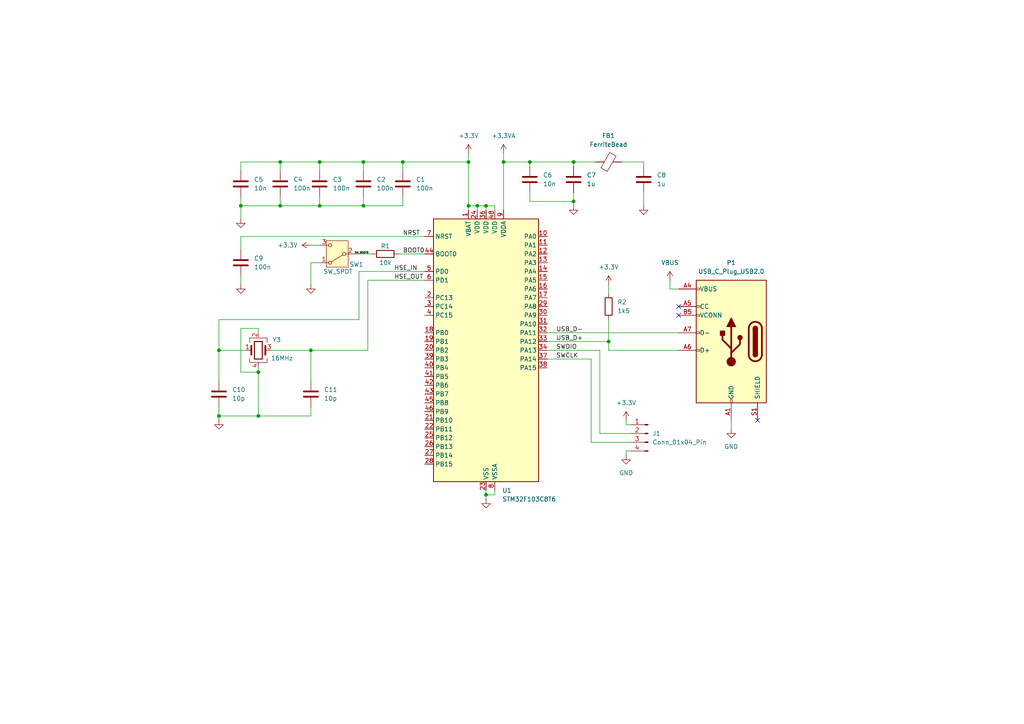
<source format=kicad_sch>
(kicad_sch (version 20250114) (generator "eeschema") (generator_version "9.0")
  (paper "A4")
  (lib_symbols
    (symbol "Connector:Conn_01x04_Pin" (pin_names (offset 1.016) (hide yes))
      (property "Reference" "J" (at 0 5.08 0))
      (property "Value" "Conn_01x04_Pin" (at 0 -7.62 0))
      (symbol "Conn_01x04_Pin_1_1"
        (rectangle (start 0.8636 2.667) (end 0 2.413) (stroke (width 0.1524)) (fill (type outline)))
        (rectangle (start 0.8636 0.127) (end 0 -0.127) (stroke (width 0.1524)) (fill (type outline)))
        (rectangle (start 0.8636 -2.413) (end 0 -2.667) (stroke (width 0.1524)) (fill (type outline)))
        (rectangle (start 0.8636 -4.953) (end 0 -5.207) (stroke (width 0.1524)) (fill (type outline)))
        (polyline (pts (xy 1.27 2.54) (xy 0.8636 2.54)) (stroke (width 0.1524)))
        (polyline (pts (xy 1.27 0) (xy 0.8636 0)) (stroke (width 0.1524)))
        (polyline (pts (xy 1.27 -2.54) (xy 0.8636 -2.54)) (stroke (width 0.1524)))
        (polyline (pts (xy 1.27 -5.08) (xy 0.8636 -5.08)) (stroke (width 0.1524)))
        (pin passive line (at 5.08 2.54 180) (length 3.81) (name "Pin_1") (number "1"))
        (pin passive line (at 5.08 0 180) (length 3.81) (name "Pin_2") (number "2"))
        (pin passive line (at 5.08 -2.54 180) (length 3.81) (name "Pin_3") (number "3"))
        (pin passive line (at 5.08 -5.08 180) (length 3.81) (name "Pin_4") (number "4"))
      )
    )
    (symbol "Connector:USB_C_Plug_USB2.0" (pin_names (offset 1.016))
      (property "Reference" "P" (at -10.16 19.05 0))
      (property "Value" "USB_C_Plug_USB2.0" (at 12.7 19.05 0))
      (symbol "USB_C_Plug_USB2.0_0_0"
        (rectangle (start -0.254 -17.78) (end 0.254 -16.764))
        (rectangle (start 10.16 15.494) (end 9.144 14.986))
        (rectangle (start 10.16 10.414) (end 9.144 9.906))
        (rectangle (start 10.16 7.874) (end 9.144 7.366))
        (rectangle (start 10.16 2.794) (end 9.144 2.286))
        (rectangle (start 10.16 -2.286) (end 9.144 -2.794))
      )
      (symbol "USB_C_Plug_USB2.0_0_1"
        (rectangle (start -10.16 17.78) (end 10.16 -17.78) (stroke (width 0.254)) (fill (type background)))
        (polyline (pts (xy -8.89 -3.81) (xy -8.89 3.81)) (stroke (width 0.508)))
        (rectangle (start -7.62 -3.81) (end -6.35 3.81) (stroke (width 0.254)) (fill (type outline)))
        (arc (start -7.62 3.81) (mid -6.985 4.4423) (end -6.35 3.81) (stroke (width 0.254)))
        (arc (start -7.62 3.81) (mid -6.985 4.4423) (end -6.35 3.81) (stroke (width 0.254)) (fill (type outline)))
        (arc (start -8.89 3.81) (mid -6.985 5.7067) (end -5.08 3.81) (stroke (width 0.508)))
        (arc (start -5.08 -3.81) (mid -6.985 -5.7067) (end -8.89 -3.81) (stroke (width 0.508)))
        (arc (start -6.35 -3.81) (mid -6.985 -4.4423) (end -7.62 -3.81) (stroke (width 0.254)))
        (arc (start -6.35 -3.81) (mid -6.985 -4.4423) (end -7.62 -3.81) (stroke (width 0.254)) (fill (type outline)))
        (polyline (pts (xy -5.08 3.81) (xy -5.08 -3.81)) (stroke (width 0.508)))
        (circle (center -2.54 1.143) (radius 0.635) (stroke (width 0.254)) (fill (type outline)))
        (polyline (pts (xy -1.27 4.318) (xy 0 6.858) (xy 1.27 4.318) (xy -1.27 4.318)) (stroke (width 0.254)) (fill (type outline)))
        (polyline (pts (xy 0 -2.032) (xy 2.54 0.508) (xy 2.54 1.778)) (stroke (width 0.508)))
        (polyline (pts (xy 0 -3.302) (xy -2.54 -0.762) (xy -2.54 0.508)) (stroke (width 0.508)))
        (polyline (pts (xy 0 -5.842) (xy 0 4.318)) (stroke (width 0.508)))
        (circle (center 0 -5.842) (radius 1.27) (fill (type outline)))
        (rectangle (start 1.905 1.778) (end 3.175 3.048) (stroke (width 0.254)) (fill (type outline)))
      )
      (symbol "USB_C_Plug_USB2.0_1_1"
        (pin passive line (at -7.62 -22.86 90) (length 5.08) (name "SHIELD") (number "S1"))
        (pin passive line (at 0 -22.86 90) (length 5.08) (name "GND") (number "A1"))
        (pin passive line (at 0 -22.86 90) (length 5.08) (hide yes) (name "GND") (number "A12"))
        (pin passive line (at 0 -22.86 90) (length 5.08) (hide yes) (name "GND") (number "B1"))
        (pin passive line (at 0 -22.86 90) (length 5.08) (hide yes) (name "GND") (number "B12"))
        (pin passive line (at 15.24 15.24 180) (length 5.08) (name "VBUS") (number "A4"))
        (pin passive line (at 15.24 15.24 180) (length 5.08) (hide yes) (name "VBUS") (number "A9"))
        (pin passive line (at 15.24 15.24 180) (length 5.08) (hide yes) (name "VBUS") (number "B4"))
        (pin passive line (at 15.24 15.24 180) (length 5.08) (hide yes) (name "VBUS") (number "B9"))
        (pin bidirectional line (at 15.24 10.16 180) (length 5.08) (name "CC") (number "A5"))
        (pin bidirectional line (at 15.24 7.62 180) (length 5.08) (name "VCONN") (number "B5"))
        (pin bidirectional line (at 15.24 2.54 180) (length 5.08) (name "D-") (number "A7"))
        (pin bidirectional line (at 15.24 -2.54 180) (length 5.08) (name "D+") (number "A6"))
      )
    )
    (symbol "Device:C" (pin_numbers (hide yes)) (pin_names (offset 0.254))
      (property "Reference" "C" (at 0.635 2.54 0))
      (property "Value" "C" (at 0.635 -2.54 0))
      (symbol "C_0_1"
        (polyline (pts (xy -2.032 0.762) (xy 2.032 0.762)) (stroke (width 0.508)))
        (polyline (pts (xy -2.032 -0.762) (xy 2.032 -0.762)) (stroke (width 0.508)))
      )
      (symbol "C_1_1"
        (pin passive line (at 0 3.81 270) (length 2.794) (name "~") (number "1"))
        (pin passive line (at 0 -3.81 90) (length 2.794) (name "~") (number "2"))
      )
    )
    (symbol "Device:Crystal_GND24" (pin_names (offset 1.016) (hide yes))
      (property "Reference" "Y3" (at 5.334 3.048 0))
      (property "Value" "16MHz" (at 6.858 -2.286 0))
      (symbol "Crystal_GND24_0_1"
        (polyline (pts (xy -2.54 2.286) (xy -2.54 3.556) (xy 2.54 3.556) (xy 2.54 2.286)))
        (polyline (pts (xy -2.54 0) (xy -2.032 0)))
        (polyline (pts (xy -2.54 -2.286) (xy -2.54 -3.556) (xy 2.54 -3.556) (xy 2.54 -2.286)))
        (polyline (pts (xy -2.032 -1.27) (xy -2.032 1.27)) (stroke (width 0.508)))
        (rectangle (start -1.143 2.54) (end 1.143 -2.54) (stroke (width 0.3048)))
        (polyline (pts (xy 0 -3.81) (xy 0 -3.556)))
        (polyline (pts (xy 2.032 0) (xy 2.54 0)))
        (polyline (pts (xy 2.032 -1.27) (xy 2.032 1.27)) (stroke (width 0.508)))
      )
      (symbol "Crystal_GND24_1_1"
        (pin passive line (at -3.81 0 0) (length 1.27) (name "1") (number "1"))
        (pin passive line (at 0 5.08 270) (length 1.27) (name "G") (number "2"))
        (pin passive line (at 0 -5.08 90) (length 1.27) (name "G") (number "4"))
        (pin passive line (at 3.81 0 180) (length 1.27) (name "3") (number "3"))
      )
    )
    (symbol "Device:FerriteBead" (pin_numbers (hide yes)) (pin_names (offset 0))
      (property "Reference" "FB" (at -3.81 0.635 90))
      (property "Value" "FerriteBead" (at 3.81 0 90))
      (symbol "FerriteBead_0_1"
        (polyline (pts (xy -2.7686 0.4064) (xy -1.7018 2.2606) (xy 2.7686 -0.3048) (xy 1.6764 -2.159) (xy -2.7686 0.4064)))
        (polyline (pts (xy 0 1.27) (xy 0 1.2954)))
        (polyline (pts (xy 0 -1.27) (xy 0 -1.2192)))
      )
      (symbol "FerriteBead_1_1"
        (pin passive line (at 0 3.81 270) (length 2.54) (name "~") (number "1"))
        (pin passive line (at 0 -3.81 90) (length 2.54) (name "~") (number "2"))
      )
    )
    (symbol "Device:R" (pin_numbers (hide yes)) (pin_names (offset 0))
      (property "Reference" "R" (at 2.032 0 90))
      (property "Value" "R" (at 0 0 90))
      (symbol "R_0_1"
        (rectangle (start -1.016 -2.54) (end 1.016 2.54) (stroke (width 0.254)))
      )
      (symbol "R_1_1"
        (pin passive line (at 0 3.81 270) (length 1.27) (name "~") (number "1"))
        (pin passive line (at 0 -3.81 90) (length 1.27) (name "~") (number "2"))
      )
    )
    (symbol "MCU_ST_STM32F1:STM32F103C8Tx"
      (property "Reference" "U" (at -15.24 39.37 0))
      (property "Value" "STM32F103C8Tx" (at 7.62 39.37 0))
      (symbol "STM32F103C8Tx_0_1"
        (rectangle (start -15.24 -38.1) (end 15.24 38.1) (stroke (width 0.254)) (fill (type background)))
      )
      (symbol "STM32F103C8Tx_1_1"
        (pin input line (at -17.78 33.02 0) (length 2.54) (name "NRST") (number "7"))
        (pin input line (at -17.78 27.94 0) (length 2.54) (name "BOOT0") (number "44"))
        (pin bidirectional line (at -17.78 22.86 0) (length 2.54) (name "PD0") (number "5"))
        (pin bidirectional line (at -17.78 20.32 0) (length 2.54) (name "PD1") (number "6"))
        (pin bidirectional line (at -17.78 15.24 0) (length 2.54) (name "PC13") (number "2"))
        (pin bidirectional line (at -17.78 12.7 0) (length 2.54) (name "PC14") (number "3"))
        (pin bidirectional line (at -17.78 10.16 0) (length 2.54) (name "PC15") (number "4"))
        (pin bidirectional line (at -17.78 5.08 0) (length 2.54) (name "PB0") (number "18"))
        (pin bidirectional line (at -17.78 2.54 0) (length 2.54) (name "PB1") (number "19"))
        (pin bidirectional line (at -17.78 0 0) (length 2.54) (name "PB2") (number "20"))
        (pin bidirectional line (at -17.78 -2.54 0) (length 2.54) (name "PB3") (number "39"))
        (pin bidirectional line (at -17.78 -5.08 0) (length 2.54) (name "PB4") (number "40"))
        (pin bidirectional line (at -17.78 -7.62 0) (length 2.54) (name "PB5") (number "41"))
        (pin bidirectional line (at -17.78 -10.16 0) (length 2.54) (name "PB6") (number "42"))
        (pin bidirectional line (at -17.78 -12.7 0) (length 2.54) (name "PB7") (number "43"))
        (pin bidirectional line (at -17.78 -15.24 0) (length 2.54) (name "PB8") (number "45"))
        (pin bidirectional line (at -17.78 -17.78 0) (length 2.54) (name "PB9") (number "46"))
        (pin bidirectional line (at -17.78 -20.32 0) (length 2.54) (name "PB10") (number "21"))
        (pin bidirectional line (at -17.78 -22.86 0) (length 2.54) (name "PB11") (number "22"))
        (pin bidirectional line (at -17.78 -25.4 0) (length 2.54) (name "PB12") (number "25"))
        (pin bidirectional line (at -17.78 -27.94 0) (length 2.54) (name "PB13") (number "26"))
        (pin bidirectional line (at -17.78 -30.48 0) (length 2.54) (name "PB14") (number "27"))
        (pin bidirectional line (at -17.78 -33.02 0) (length 2.54) (name "PB15") (number "28"))
        (pin power_in line (at -5.08 40.64 270) (length 2.54) (name "VBAT") (number "1"))
        (pin power_in line (at -2.54 40.64 270) (length 2.54) (name "VDD") (number "24"))
        (pin power_in line (at 0 40.64 270) (length 2.54) (name "VDD") (number "36"))
        (pin power_in line (at 0 -40.64 90) (length 2.54) (name "VSS") (number "23"))
        (pin passive line (at 0 -40.64 90) (length 2.54) (hide yes) (name "VSS") (number "35"))
        (pin passive line (at 0 -40.64 90) (length 2.54) (hide yes) (name "VSS") (number "47"))
        (pin power_in line (at 2.54 40.64 270) (length 2.54) (name "VDD") (number "48"))
        (pin power_in line (at 2.54 -40.64 90) (length 2.54) (name "VSSA") (number "8"))
        (pin power_in line (at 5.08 40.64 270) (length 2.54) (name "VDDA") (number "9"))
        (pin bidirectional line (at 17.78 33.02 180) (length 2.54) (name "PA0") (number "10"))
        (pin bidirectional line (at 17.78 30.48 180) (length 2.54) (name "PA1") (number "11"))
        (pin bidirectional line (at 17.78 27.94 180) (length 2.54) (name "PA2") (number "12"))
        (pin bidirectional line (at 17.78 25.4 180) (length 2.54) (name "PA3") (number "13"))
        (pin bidirectional line (at 17.78 22.86 180) (length 2.54) (name "PA4") (number "14"))
        (pin bidirectional line (at 17.78 20.32 180) (length 2.54) (name "PA5") (number "15"))
        (pin bidirectional line (at 17.78 17.78 180) (length 2.54) (name "PA6") (number "16"))
        (pin bidirectional line (at 17.78 15.24 180) (length 2.54) (name "PA7") (number "17"))
        (pin bidirectional line (at 17.78 12.7 180) (length 2.54) (name "PA8") (number "29"))
        (pin bidirectional line (at 17.78 10.16 180) (length 2.54) (name "PA9") (number "30"))
        (pin bidirectional line (at 17.78 7.62 180) (length 2.54) (name "PA10") (number "31"))
        (pin bidirectional line (at 17.78 5.08 180) (length 2.54) (name "PA11") (number "32"))
        (pin bidirectional line (at 17.78 2.54 180) (length 2.54) (name "PA12") (number "33"))
        (pin bidirectional line (at 17.78 0 180) (length 2.54) (name "PA13") (number "34"))
        (pin bidirectional line (at 17.78 -2.54 180) (length 2.54) (name "PA14") (number "37"))
        (pin bidirectional line (at 17.78 -5.08 180) (length 2.54) (name "PA15") (number "38"))
      )
    )
    (symbol "Switch:SW_SPDT" (pin_names (offset 0) (hide yes))
      (property "Reference" "SW" (at 0 5.08 0))
      (property "Value" "SW_SPDT" (at 0 -5.08 0))
      (symbol "SW_SPDT_0_1"
        (circle (center -2.032 0) (radius 0.4572))
        (polyline (pts (xy -1.651 0.254) (xy 1.651 2.286)))
        (circle (center 2.032 2.54) (radius 0.4572))
        (circle (center 2.032 -2.54) (radius 0.4572))
      )
      (symbol "SW_SPDT_1_1"
        (rectangle (start -3.175 3.81) (end 3.175 -3.81) (fill (type background)))
        (pin passive line (at -5.08 0 0) (length 2.54) (name "B") (number "2"))
        (pin passive line (at 5.08 2.54 180) (length 2.54) (name "A") (number "1"))
        (pin passive line (at 5.08 -2.54 180) (length 2.54) (name "C") (number "3"))
      )
    )
    (symbol "power:+3.3V" (power) (pin_numbers (hide yes)) (pin_names (offset 0) (hide yes))
      (property "Value" "+3.3V" (at 0 3.556 0))
      (symbol "+3.3V_0_1"
        (polyline (pts (xy -0.762 1.27) (xy 0 2.54)))
        (polyline (pts (xy 0 2.54) (xy 0.762 1.27)))
        (polyline (pts (xy 0 0) (xy 0 2.54)))
      )
      (symbol "+3.3V_1_1"
        (pin power_in line (at 0 0 90) (length 0) (name "~") (number "1"))
      )
    )
    (symbol "power:+3.3VA" (power) (pin_numbers (hide yes)) (pin_names (offset 0) (hide yes))
      (property "Value" "+3.3VA" (at 0 3.556 0))
      (symbol "+3.3VA_0_1"
        (polyline (pts (xy -0.762 1.27) (xy 0 2.54)))
        (polyline (pts (xy 0 2.54) (xy 0.762 1.27)))
        (polyline (pts (xy 0 0) (xy 0 2.54)))
      )
      (symbol "+3.3VA_1_1"
        (pin power_in line (at 0 0 90) (length 0) (name "~") (number "1"))
      )
    )
    (symbol "power:GND" (power) (pin_numbers (hide yes)) (pin_names (offset 0) (hide yes))
      (property "Value" "GND" (at 0 -3.81 0))
      (symbol "GND_0_1"
        (polyline (pts (xy 0 0) (xy 0 -1.27) (xy 1.27 -1.27) (xy 0 -2.54) (xy -1.27 -1.27) (xy 0 -1.27)))
      )
      (symbol "GND_1_1"
        (pin power_in line (at 0 0 270) (length 0) (name "~") (number "1"))
      )
    )
    (symbol "power:VBUS" (power) (pin_numbers (hide yes)) (pin_names (offset 0) (hide yes))
      (property "Value" "VBUS" (at 0 3.556 0))
      (symbol "VBUS_0_1"
        (polyline (pts (xy -0.762 1.27) (xy 0 2.54)))
        (polyline (pts (xy 0 2.54) (xy 0.762 1.27)))
        (polyline (pts (xy 0 0) (xy 0 2.54)))
      )
      (symbol "VBUS_1_1"
        (pin power_in line (at 0 0 90) (length 0) (name "~") (number "1"))
      )
    )
  )
  (junction (at 138.43 59.69))
  (junction (at 63.5 120.65))
  (junction (at 166.37 46.99))
  (junction (at 92.71 46.99))
  (junction (at 153.67 46.99))
  (junction (at 81.28 59.69))
  (junction (at 81.28 46.99))
  (junction (at 135.89 46.99))
  (junction (at 105.41 46.99))
  (junction (at 166.37 58.42))
  (junction (at 74.93 120.65))
  (junction (at 90.17 101.6))
  (junction (at 140.97 143.51))
  (junction (at 116.84 46.99))
  (junction (at 105.41 59.69))
  (junction (at 140.97 59.69))
  (junction (at 69.85 59.69))
  (junction (at 74.93 107.95))
  (junction (at 176.53 99.06))
  (junction (at 63.5 101.6))
  (junction (at 135.89 59.69))
  (junction (at 146.05 46.99))
  (junction (at 92.71 59.69))
  (no_connect (at 196.85 91.44))
  (no_connect (at 196.85 88.9))
  (no_connect (at 219.71 121.92))
  (wire (pts (xy 69.85 46.99) (xy 81.28 46.99)))
  (wire (pts (xy 158.75 104.14) (xy 171.45 104.14)))
  (wire (pts (xy 153.67 55.88) (xy 153.67 58.42)))
  (wire (pts (xy 90.17 101.6) (xy 106.68 101.6)))
  (wire (pts (xy 74.93 107.95) (xy 74.93 106.68)))
  (wire (pts (xy 186.69 46.99) (xy 186.69 48.26)))
  (wire (pts (xy 140.97 59.69) (xy 143.51 59.69)))
  (wire (pts (xy 92.71 59.69) (xy 92.71 57.15)))
  (wire (pts (xy 116.84 46.99) (xy 116.84 49.53)))
  (wire (pts (xy 90.17 101.6) (xy 90.17 110.49)))
  (wire (pts (xy 186.69 55.88) (xy 186.69 59.69)))
  (wire (pts (xy 146.05 46.99) (xy 146.05 60.96)))
  (wire (pts (xy 143.51 142.24) (xy 143.51 143.51)))
  (wire (pts (xy 74.93 96.52) (xy 74.93 95.25)))
  (wire (pts (xy 146.05 46.99) (xy 153.67 46.99)))
  (wire (pts (xy 90.17 120.65) (xy 74.93 120.65)))
  (wire (pts (xy 140.97 143.51) (xy 140.97 144.78)))
  (wire (pts (xy 106.68 81.28) (xy 123.19 81.28)))
  (wire (pts (xy 69.85 95.25) (xy 69.85 107.95)))
  (wire (pts (xy 194.31 83.82) (xy 196.85 83.82)))
  (wire (pts (xy 105.41 59.69) (xy 92.71 59.69)))
  (wire (pts (xy 105.41 46.99) (xy 105.41 49.53)))
  (wire (pts (xy 180.34 46.99) (xy 186.69 46.99)))
  (wire (pts (xy 146.05 44.45) (xy 146.05 46.99)))
  (wire (pts (xy 143.51 59.69) (xy 143.51 60.96)))
  (wire (pts (xy 138.43 59.69) (xy 138.43 60.96)))
  (wire (pts (xy 166.37 58.42) (xy 153.67 58.42)))
  (wire (pts (xy 69.85 49.53) (xy 69.85 46.99)))
  (wire (pts (xy 182.88 128.27) (xy 171.45 128.27)))
  (wire (pts (xy 181.61 123.19) (xy 182.88 123.19)))
  (wire (pts (xy 69.85 80.01) (xy 69.85 82.55)))
  (wire (pts (xy 81.28 46.99) (xy 81.28 49.53)))
  (wire (pts (xy 181.61 121.92) (xy 181.61 123.19)))
  (wire (pts (xy 116.84 59.69) (xy 116.84 57.15)))
  (wire (pts (xy 106.68 101.6) (xy 106.68 81.28)))
  (wire (pts (xy 140.97 142.24) (xy 140.97 143.51)))
  (wire (pts (xy 140.97 60.96) (xy 140.97 59.69)))
  (wire (pts (xy 158.75 101.6) (xy 173.99 101.6)))
  (wire (pts (xy 105.41 57.15) (xy 105.41 59.69)))
  (wire (pts (xy 92.71 46.99) (xy 92.71 49.53)))
  (wire (pts (xy 69.85 68.58) (xy 123.19 68.58)))
  (wire (pts (xy 92.71 59.69) (xy 81.28 59.69)))
  (wire (pts (xy 135.89 46.99) (xy 135.89 59.69)))
  (wire (pts (xy 135.89 59.69) (xy 135.89 60.96)))
  (wire (pts (xy 176.53 82.55) (xy 176.53 85.09)))
  (wire (pts (xy 104.14 78.74) (xy 104.14 92.71)))
  (wire (pts (xy 166.37 46.99) (xy 172.72 46.99)))
  (wire (pts (xy 90.17 76.2) (xy 92.71 76.2)))
  (wire (pts (xy 81.28 59.69) (xy 81.28 57.15)))
  (wire (pts (xy 74.93 120.65) (xy 63.5 120.65)))
  (wire (pts (xy 90.17 76.2) (xy 90.17 82.55)))
  (wire (pts (xy 176.53 92.71) (xy 176.53 99.06)))
  (wire (pts (xy 74.93 95.25) (xy 69.85 95.25)))
  (wire (pts (xy 104.14 78.74) (xy 123.19 78.74)))
  (wire (pts (xy 78.74 101.6) (xy 90.17 101.6)))
  (wire (pts (xy 81.28 46.99) (xy 92.71 46.99)))
  (wire (pts (xy 90.17 71.12) (xy 92.71 71.12)))
  (wire (pts (xy 63.5 118.11) (xy 63.5 120.65)))
  (wire (pts (xy 63.5 92.71) (xy 63.5 101.6)))
  (wire (pts (xy 69.85 72.39) (xy 69.85 68.58)))
  (wire (pts (xy 176.53 99.06) (xy 176.53 101.6)))
  (wire (pts (xy 171.45 128.27) (xy 171.45 104.14)))
  (wire (pts (xy 166.37 46.99) (xy 166.37 48.26)))
  (wire (pts (xy 115.57 73.66) (xy 123.19 73.66)))
  (wire (pts (xy 153.67 46.99) (xy 153.67 48.26)))
  (wire (pts (xy 69.85 59.69) (xy 69.85 63.5)))
  (wire (pts (xy 63.5 120.65) (xy 63.5 121.92)))
  (wire (pts (xy 140.97 59.69) (xy 138.43 59.69)))
  (wire (pts (xy 153.67 46.99) (xy 166.37 46.99)))
  (wire (pts (xy 166.37 55.88) (xy 166.37 58.42)))
  (wire (pts (xy 173.99 125.73) (xy 182.88 125.73)))
  (wire (pts (xy 102.87 73.66) (xy 107.95 73.66)))
  (wire (pts (xy 105.41 59.69) (xy 116.84 59.69)))
  (wire (pts (xy 90.17 118.11) (xy 90.17 120.65)))
  (wire (pts (xy 135.89 59.69) (xy 138.43 59.69)))
  (wire (pts (xy 81.28 59.69) (xy 69.85 59.69)))
  (wire (pts (xy 116.84 46.99) (xy 135.89 46.99)))
  (wire (pts (xy 181.61 132.08) (xy 181.61 130.81)))
  (wire (pts (xy 194.31 81.28) (xy 194.31 83.82)))
  (wire (pts (xy 63.5 101.6) (xy 71.12 101.6)))
  (wire (pts (xy 69.85 107.95) (xy 74.93 107.95)))
  (wire (pts (xy 104.14 92.71) (xy 63.5 92.71)))
  (wire (pts (xy 212.09 121.92) (xy 212.09 124.46)))
  (wire (pts (xy 173.99 101.6) (xy 173.99 125.73)))
  (wire (pts (xy 92.71 46.99) (xy 105.41 46.99)))
  (wire (pts (xy 166.37 58.42) (xy 166.37 59.69)))
  (wire (pts (xy 181.61 130.81) (xy 182.88 130.81)))
  (wire (pts (xy 158.75 99.06) (xy 176.53 99.06)))
  (wire (pts (xy 69.85 59.69) (xy 69.85 57.15)))
  (wire (pts (xy 158.75 96.52) (xy 196.85 96.52)))
  (wire (pts (xy 74.93 107.95) (xy 74.93 120.65)))
  (wire (pts (xy 105.41 46.99) (xy 116.84 46.99)))
  (wire (pts (xy 135.89 44.45) (xy 135.89 46.99)))
  (wire (pts (xy 143.51 143.51) (xy 140.97 143.51)))
  (wire (pts (xy 63.5 101.6) (xy 63.5 110.49)))
  (wire (pts (xy 176.53 101.6) (xy 196.85 101.6)))
  (label "HSE_IN" (at 114.3 78.74 0))
  (label "USB_D-" (at 161.29 96.52 0))
  (label "SWCLK" (at 161.29 104.14 0))
  (label "BOOT0" (at 116.84 73.66 0))
  (label "USB_D+" (at 161.29 99.06 0))
  (label "SWDIO" (at 161.29 101.6 0))
  (label "HSE_OUT" (at 114.3 81.28 0))
  (label "SW_BOOT0" (at 102.87 73.66 0) (effects (font (size 0.508 0.508))))
  (label "NRST" (at 116.84 68.58 0))
  (symbol (lib_id "power:GND") (at 212.09 124.46 0) (unit 1)
    (property "Reference" "#PWR011" (effects (hide yes)))
    (property "Value" "GND" (at 212.09 129.54 0))
    (property "Description" "Power symbol creates a global label with name \"GND\" , ground" (effects (hide yes)))
  )
  (symbol (lib_id "Device:FerriteBead") (at 176.53 46.99 90) (unit 1)
    (property "Reference" "FB1" (at 176.4792 39.37 90))
    (property "Value" "FerriteBead" (at 176.4792 41.91 90))
    (property "Description" "Ferrite bead" (effects (hide yes)))
  )
  (symbol (lib_id "Device:C") (at 166.37 52.07 0) (unit 1)
    (property "Reference" "C7" (at 170.18 50.7999 0) (effects (justify left)))
    (property "Value" "1u" (at 170.18 53.3399 0) (effects (justify left)))
    (property "Description" "Unpolarized capacitor" (effects (hide yes)))
  )
  (symbol (lib_id "Device:C") (at 69.85 53.34 0) (unit 1)
    (property "Reference" "C5" (at 73.66 52.0699 0) (effects (justify left)))
    (property "Value" "10n" (at 73.66 54.6099 0) (effects (justify left)))
    (property "Description" "Unpolarized capacitor" (effects (hide yes)))
  )
  (symbol (lib_id "Switch:SW_SPDT") (at 97.79 73.66 180) (unit 1)
    (property "Reference" "SW1" (at 103.378 76.708 0))
    (property "Value" "SW_SPDT" (at 98.044 78.74 0))
    (property "Description" "Switch, single pole double throw" (effects (hide yes)))
  )
  (symbol (lib_id "power:+3.3V") (at 181.61 121.92 0) (unit 1)
    (property "Reference" "#PWR015" (effects (hide yes)))
    (property "Value" "+3.3V" (at 181.61 116.84 0))
    (property "Description" "Power symbol creates a global label with name \"+3.3V\"" (effects (hide yes)))
  )
  (symbol (lib_id "Connector:USB_C_Plug_USB2.0") (at 212.09 99.06 0) (mirror y) (unit 1)
    (property "Reference" "P1" (at 212.09 76.2 0))
    (property "Value" "USB_C_Plug_USB2.0" (at 212.09 78.74 0))
    (property "Datasheet" "https://www.usb.org/sites/default/files/documents/usb_type-c.zip" (effects (hide yes)))
    (property "Description" "USB 2.0-only Type-C Plug connector" (effects (hide yes)))
  )
  (symbol (lib_id "power:GND") (at 69.85 82.55 0) (unit 1)
    (property "Reference" "#PWR07" (effects (hide yes)))
    (property "Value" "GND" (effects (hide yes)))
    (property "Description" "Power symbol creates a global label with name \"GND\" , ground" (effects (hide yes)))
  )
  (symbol (lib_id "power:GND") (at 90.17 82.55 0) (unit 1)
    (property "Reference" "#PWR08" (effects (hide yes)))
    (property "Value" "GND" (effects (hide yes)))
    (property "Description" "Power symbol creates a global label with name \"GND\" , ground" (effects (hide yes)))
  )
  (symbol (lib_id "Device:C") (at 63.5 114.3 0) (unit 1)
    (property "Reference" "C10" (at 67.31 113.0299 0) (effects (justify left)))
    (property "Value" "10p" (at 67.31 115.5699 0) (effects (justify left)))
    (property "Description" "Unpolarized capacitor" (effects (hide yes)))
  )
  (symbol (lib_id "Device:C") (at 105.41 53.34 0) (unit 1)
    (property "Reference" "C2" (at 109.22 52.0699 0) (effects (justify left)))
    (property "Value" "100n" (at 109.22 54.6099 0) (effects (justify left)))
    (property "Description" "Unpolarized capacitor" (effects (hide yes)))
  )
  (symbol (lib_id "Device:C") (at 186.69 52.07 0) (unit 1)
    (property "Reference" "C8" (at 190.5 50.7999 0) (effects (justify left)))
    (property "Value" "1u" (at 190.5 53.3399 0) (effects (justify left)))
    (property "Description" "Unpolarized capacitor" (effects (hide yes)))
  )
  (symbol (lib_id "Connector:Conn_01x04_Pin") (at 187.96 125.73 0) (mirror y) (unit 1)
    (property "Reference" "J1" (at 189.23 125.7299 0) (effects (justify right)))
    (property "Value" "Conn_01x04_Pin" (at 189.23 128.2699 0) (effects (justify right)))
    (property "Description" "Generic connector, single row, 01x04, script generated" (effects (hide yes)))
  )
  (symbol (lib_id "Device:C") (at 92.71 53.34 0) (unit 1)
    (property "Reference" "C3" (at 96.52 52.0699 0) (effects (justify left)))
    (property "Value" "100n" (at 96.52 54.6099 0) (effects (justify left)))
    (property "Description" "Unpolarized capacitor" (effects (hide yes)))
  )
  (symbol (lib_id "power:+3.3V") (at 176.53 82.55 0) (unit 1)
    (property "Reference" "#PWR013" (effects (hide yes)))
    (property "Value" "+3.3V" (at 176.53 77.47 0))
    (property "Description" "Power symbol creates a global label with name \"+3.3V\"" (effects (hide yes)))
  )
  (symbol (lib_id "power:GND") (at 140.97 144.78 0) (unit 1)
    (property "Reference" "#PWR01" (effects (hide yes)))
    (property "Value" "GND" (effects (hide yes)))
    (property "Description" "Power symbol creates a global label with name \"GND\" , ground" (effects (hide yes)))
  )
  (symbol (lib_id "Device:C") (at 116.84 53.34 0) (unit 1)
    (property "Reference" "C1" (at 120.65 52.0699 0) (effects (justify left)))
    (property "Value" "100n" (at 120.65 54.6099 0) (effects (justify left)))
    (property "Description" "Unpolarized capacitor" (effects (hide yes)))
  )
  (symbol (lib_id "Device:C") (at 81.28 53.34 0) (unit 1)
    (property "Reference" "C4" (at 85.09 52.0699 0) (effects (justify left)))
    (property "Value" "100n" (at 85.09 54.6099 0) (effects (justify left)))
    (property "Description" "Unpolarized capacitor" (effects (hide yes)))
  )
  (symbol (lib_id "Device:Crystal_GND24") (at 74.93 101.6 0) (unit 1)
    (property "Reference" "Y3" (at 80.264 98.552 0))
    (property "Value" "16MHz" (at 81.788 103.886 0))
    (property "Description" "Four pin crystal, GND on pins 2 and 4" (effects (hide yes)))
    (property private "KLC_S3.3" "The rectangle is not a symbol body but a graphical element" (effects (hide yes)))
    (property private "KLC_S4.1" "Some pins are on 50mil grid to make the symbol small" (effects (hide yes)))
  )
  (symbol (lib_id "power:GND") (at 69.85 63.5 0) (unit 1)
    (property "Reference" "#PWR03" (effects (hide yes)))
    (property "Value" "GND" (effects (hide yes)))
    (property "Description" "Power symbol creates a global label with name \"GND\" , ground" (effects (hide yes)))
  )
  (symbol (lib_id "Device:C") (at 69.85 76.2 0) (unit 1)
    (property "Reference" "C9" (at 73.66 74.9299 0) (effects (justify left)))
    (property "Value" "100n" (at 73.66 77.4699 0) (effects (justify left)))
    (property "Description" "Unpolarized capacitor" (effects (hide yes)))
  )
  (symbol (lib_id "power:VBUS") (at 194.31 81.28 0) (unit 1)
    (property "Reference" "#PWR012" (effects (hide yes)))
    (property "Value" "VBUS" (at 194.31 76.2 0))
    (property "Description" "Power symbol creates a global label with name \"VBUS\"" (effects (hide yes)))
  )
  (symbol (lib_id "power:GND") (at 63.5 121.92 0) (unit 1)
    (property "Reference" "#PWR010" (effects (hide yes)))
    (property "Value" "GND" (effects (hide yes)))
    (property "Description" "Power symbol creates a global label with name \"GND\" , ground" (effects (hide yes)))
  )
  (symbol (lib_id "power:+3.3V") (at 135.89 44.45 0) (unit 1)
    (property "Reference" "#PWR02" (effects (hide yes)))
    (property "Value" "+3.3V" (at 135.89 39.37 0))
    (property "Description" "Power symbol creates a global label with name \"+3.3V\"" (effects (hide yes)))
  )
  (symbol (lib_id "power:+3.3VA") (at 146.05 44.45 0) (unit 1)
    (property "Reference" "#PWR04" (effects (hide yes)))
    (property "Value" "+3.3VA" (at 146.05 39.37 0))
    (property "Description" "Power symbol creates a global label with name \"+3.3VA\"" (effects (hide yes)))
  )
  (symbol (lib_id "Device:C") (at 153.67 52.07 0) (unit 1)
    (property "Reference" "C6" (at 157.48 50.7999 0) (effects (justify left)))
    (property "Value" "10n" (at 157.48 53.3399 0) (effects (justify left)))
    (property "Description" "Unpolarized capacitor" (effects (hide yes)))
  )
  (symbol (lib_id "power:GND") (at 166.37 59.69 0) (unit 1)
    (property "Reference" "#PWR05" (effects (hide yes)))
    (property "Value" "GND" (effects (hide yes)))
    (property "Description" "Power symbol creates a global label with name \"GND\" , ground" (effects (hide yes)))
  )
  (symbol (lib_id "power:+3.3V") (at 90.17 71.12 90) (unit 1)
    (property "Reference" "#PWR09" (effects (hide yes)))
    (property "Value" "+3.3V" (at 86.36 71.1199 90) (effects (justify left)))
    (property "Description" "Power symbol creates a global label with name \"+3.3V\"" (effects (hide yes)))
  )
  (symbol (lib_id "Device:C") (at 90.17 114.3 0) (unit 1)
    (property "Reference" "C11" (at 93.98 113.0299 0) (effects (justify left)))
    (property "Value" "10p" (at 93.98 115.5699 0) (effects (justify left)))
    (property "Description" "Unpolarized capacitor" (effects (hide yes)))
  )
  (symbol (lib_id "power:GND") (at 186.69 59.69 0) (unit 1)
    (property "Reference" "#PWR06" (effects (hide yes)))
    (property "Value" "GND" (effects (hide yes)))
    (property "Description" "Power symbol creates a global label with name \"GND\" , ground" (effects (hide yes)))
  )
  (symbol (lib_id "Device:R") (at 111.76 73.66 90) (unit 1)
    (property "Reference" "R1" (at 111.76 71.374 90))
    (property "Value" "10k" (at 111.76 76.2 90))
    (property "Description" "Resistor" (effects (hide yes)))
  )
  (symbol (lib_id "MCU_ST_STM32F1:STM32F103C8Tx") (at 140.97 101.6 0) (unit 1)
    (property "Reference" "U1" (at 145.6533 142.24 0) (effects (justify left)))
    (property "Value" "STM32F103C8T6" (at 145.6533 144.78 0) (effects (justify left)))
    (property "Footprint" "Package_QFP:LQFP-48_7x7mm_P0.5mm" (effects (hide yes)))
    (property "Datasheet" "https://www.st.com/resource/en/datasheet/stm32f103c8.pdf" (effects (hide yes)))
    (property "Description" "STMicroelectronics Arm Cortex-M3 MCU, 64KB flash, 20KB RAM, 72 MHz, 2.0-3.6V, 37 GPIO, LQFP48" (effects (hide yes)))
  )
  (symbol (lib_id "Device:R") (at 176.53 88.9 0) (unit 1)
    (property "Reference" "R2" (at 179.07 87.6299 0) (effects (justify left)))
    (property "Value" "1k5" (at 179.07 90.1699 0) (effects (justify left)))
    (property "Description" "Resistor" (effects (hide yes)))
  )
  (symbol (lib_id "power:GND") (at 181.61 132.08 0) (unit 1)
    (property "Reference" "#PWR014" (effects (hide yes)))
    (property "Value" "GND" (at 181.61 137.16 0))
    (property "Description" "Power symbol creates a global label with name \"GND\" , ground" (effects (hide yes)))
  )
)
</source>
